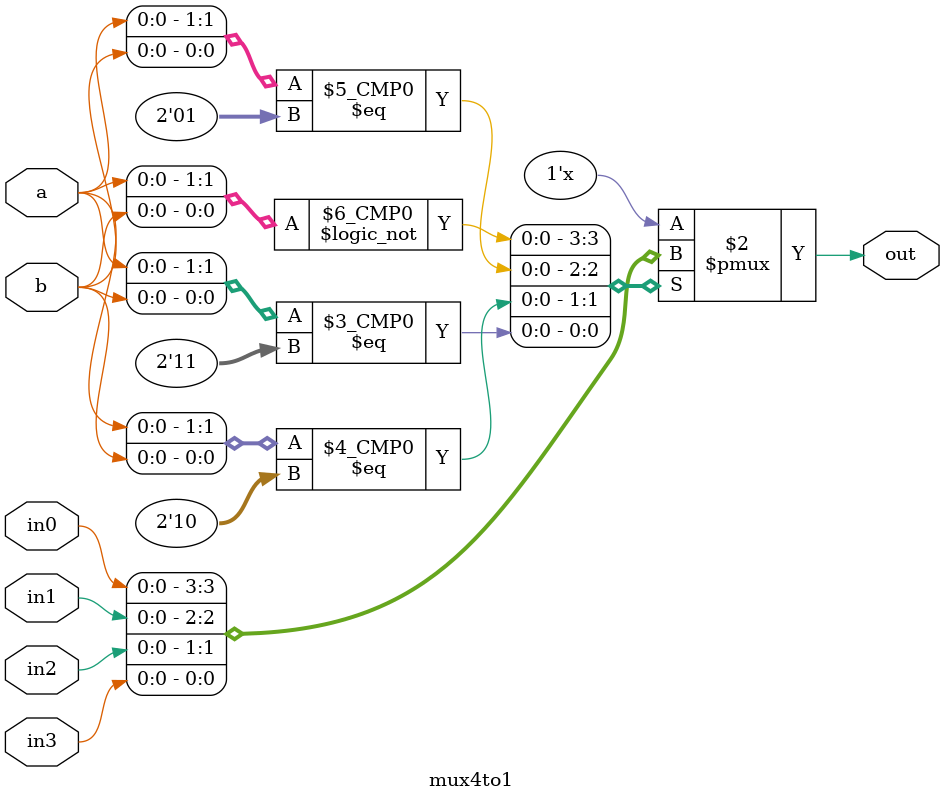
<source format=sv>
module top_module (
  input c,
  input d,
  output [3:0] mux_in
);
  wire [3:0] mux_out; // output from 4-to-1 mux
  wire a, b;
  
  // Generate a and b signals based on c and d inputs
  assign a = ~c & ~d;
  assign b = c;
  
  // Connect a and b to mux_in inputs
  assign mux_in[0] = (a & b) ? 1'b1 : 1'b0;
  assign mux_in[1] = (a & ~b) ? 1'b1 : 1'b0;
  assign mux_in[2] = (~a & ~b) ? 1'b1 : 1'b0;
  assign mux_in[3] = (~a & b) ? 1'b1 : 1'b0;
  
  // Connect mux_in to mux_out using a 4-to-1 mux
  mux4to1 mux (
    .a(a),
    .b(b),
    .in0(mux_in[0]),
    .in1(mux_in[1]),
    .in2(mux_in[2]),
    .in3(mux_in[3]),
    .out(mux_out)
  );
endmodule
module mux4to1 (
  input a,
  input b,
  input in0,
  input in1,
  input in2,
  input in3,
  output reg out
);
  always @* begin
    case ({a, b})
      2'b00: out = in0;
      2'b01: out = in1;
      2'b10: out = in2;
      2'b11: out = in3;
    endcase
  end
endmodule

</source>
